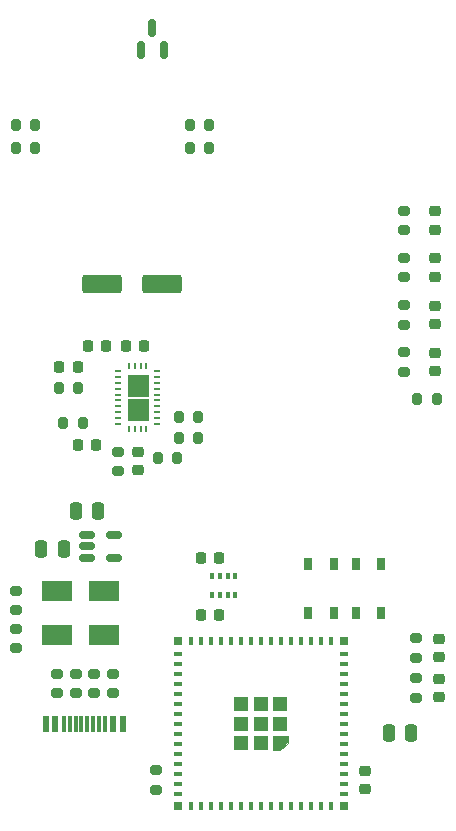
<source format=gbr>
%TF.GenerationSoftware,KiCad,Pcbnew,(6.0.7)*%
%TF.CreationDate,2022-11-21T13:24:11-08:00*%
%TF.ProjectId,WaterTopper,57617465-7254-46f7-9070-65722e6b6963,rev?*%
%TF.SameCoordinates,Original*%
%TF.FileFunction,Paste,Top*%
%TF.FilePolarity,Positive*%
%FSLAX46Y46*%
G04 Gerber Fmt 4.6, Leading zero omitted, Abs format (unit mm)*
G04 Created by KiCad (PCBNEW (6.0.7)) date 2022-11-21 13:24:11*
%MOMM*%
%LPD*%
G01*
G04 APERTURE LIST*
G04 Aperture macros list*
%AMRoundRect*
0 Rectangle with rounded corners*
0 $1 Rounding radius*
0 $2 $3 $4 $5 $6 $7 $8 $9 X,Y pos of 4 corners*
0 Add a 4 corners polygon primitive as box body*
4,1,4,$2,$3,$4,$5,$6,$7,$8,$9,$2,$3,0*
0 Add four circle primitives for the rounded corners*
1,1,$1+$1,$2,$3*
1,1,$1+$1,$4,$5*
1,1,$1+$1,$6,$7*
1,1,$1+$1,$8,$9*
0 Add four rect primitives between the rounded corners*
20,1,$1+$1,$2,$3,$4,$5,0*
20,1,$1+$1,$4,$5,$6,$7,0*
20,1,$1+$1,$6,$7,$8,$9,0*
20,1,$1+$1,$8,$9,$2,$3,0*%
G04 Aperture macros list end*
%ADD10C,0.100000*%
%ADD11C,0.010000*%
%ADD12RoundRect,0.225000X-0.225000X-0.250000X0.225000X-0.250000X0.225000X0.250000X-0.225000X0.250000X0*%
%ADD13RoundRect,0.200000X-0.200000X-0.275000X0.200000X-0.275000X0.200000X0.275000X-0.200000X0.275000X0*%
%ADD14RoundRect,0.225000X0.225000X0.250000X-0.225000X0.250000X-0.225000X-0.250000X0.225000X-0.250000X0*%
%ADD15RoundRect,0.200000X0.200000X0.275000X-0.200000X0.275000X-0.200000X-0.275000X0.200000X-0.275000X0*%
%ADD16RoundRect,0.200000X-0.275000X0.200000X-0.275000X-0.200000X0.275000X-0.200000X0.275000X0.200000X0*%
%ADD17RoundRect,0.218750X0.256250X-0.218750X0.256250X0.218750X-0.256250X0.218750X-0.256250X-0.218750X0*%
%ADD18RoundRect,0.200000X0.275000X-0.200000X0.275000X0.200000X-0.275000X0.200000X-0.275000X-0.200000X0*%
%ADD19RoundRect,0.250000X0.250000X0.475000X-0.250000X0.475000X-0.250000X-0.475000X0.250000X-0.475000X0*%
%ADD20R,2.500000X1.800000*%
%ADD21R,0.600000X1.450000*%
%ADD22R,0.300000X1.450000*%
%ADD23RoundRect,0.150000X-0.512500X-0.150000X0.512500X-0.150000X0.512500X0.150000X-0.512500X0.150000X0*%
%ADD24RoundRect,0.225000X-0.250000X0.225000X-0.250000X-0.225000X0.250000X-0.225000X0.250000X0.225000X0*%
%ADD25R,0.599999X0.249999*%
%ADD26R,0.249999X0.599999*%
%ADD27RoundRect,0.150000X0.150000X-0.587500X0.150000X0.587500X-0.150000X0.587500X-0.150000X-0.587500X0*%
%ADD28RoundRect,0.250000X-0.250000X-0.475000X0.250000X-0.475000X0.250000X0.475000X-0.250000X0.475000X0*%
%ADD29R,0.650000X1.050000*%
%ADD30RoundRect,0.250000X-1.412500X-0.550000X1.412500X-0.550000X1.412500X0.550000X-1.412500X0.550000X0*%
%ADD31R,0.800000X0.400000*%
%ADD32R,0.400000X0.800000*%
%ADD33R,1.200000X1.200000*%
%ADD34R,0.800000X0.800000*%
%ADD35R,0.350000X0.500000*%
G04 APERTURE END LIST*
%TO.C,U3*%
G36*
X145102997Y-92489001D02*
G01*
X143404997Y-92489001D01*
X143404997Y-90700000D01*
X145102997Y-90700000D01*
X145102997Y-92489001D01*
G37*
D10*
X145102997Y-92489001D02*
X143404997Y-92489001D01*
X143404997Y-90700000D01*
X145102997Y-90700000D01*
X145102997Y-92489001D01*
G36*
X145102997Y-90500000D02*
G01*
X143404997Y-90500000D01*
X143404997Y-88710999D01*
X145102997Y-88710999D01*
X145102997Y-90500000D01*
G37*
X145102997Y-90500000D02*
X143404997Y-90500000D01*
X143404997Y-88710999D01*
X145102997Y-88710999D01*
X145102997Y-90500000D01*
%TO.C,U2*%
G36*
X156950378Y-119876570D02*
G01*
X156350378Y-120476570D01*
X155750378Y-120476570D01*
X155750378Y-119276570D01*
X156950378Y-119276570D01*
X156950378Y-119876570D01*
G37*
D11*
X156950378Y-119876570D02*
X156350378Y-120476570D01*
X155750378Y-120476570D01*
X155750378Y-119276570D01*
X156950378Y-119276570D01*
X156950378Y-119876570D01*
%TD*%
D12*
%TO.C,C9*%
X140028997Y-86250000D03*
X141578997Y-86250000D03*
%TD*%
D13*
%TO.C,R22*%
X167925000Y-90750000D03*
X169575000Y-90750000D03*
%TD*%
D14*
%TO.C,C6*%
X140775000Y-94600000D03*
X139225000Y-94600000D03*
%TD*%
D15*
%TO.C,R10*%
X139625000Y-92800000D03*
X137975000Y-92800000D03*
%TD*%
D14*
%TO.C,C12*%
X151175000Y-104200000D03*
X149625000Y-104200000D03*
%TD*%
D16*
%TO.C,R3*%
X139000000Y-113975000D03*
X139000000Y-115625000D03*
%TD*%
D17*
%TO.C,D3*%
X169400000Y-88397276D03*
X169400000Y-86822276D03*
%TD*%
D18*
%TO.C,R2*%
X142200000Y-115625000D03*
X142200000Y-113975000D03*
%TD*%
D19*
%TO.C,C3*%
X138000000Y-103400000D03*
X136100000Y-103400000D03*
%TD*%
D20*
%TO.C,D7*%
X137400000Y-110750000D03*
X141400000Y-110750000D03*
%TD*%
D19*
%TO.C,C4*%
X140900000Y-100200000D03*
X139000000Y-100200000D03*
%TD*%
D13*
%TO.C,R11*%
X147728997Y-94000000D03*
X149378997Y-94000000D03*
%TD*%
D20*
%TO.C,D8*%
X137400000Y-107000000D03*
X141400000Y-107000000D03*
%TD*%
D17*
%TO.C,D2*%
X169800000Y-112600000D03*
X169800000Y-111025000D03*
%TD*%
D18*
%TO.C,R17*%
X166800000Y-76434776D03*
X166800000Y-74784776D03*
%TD*%
D16*
%TO.C,R4*%
X140600000Y-113975000D03*
X140600000Y-115625000D03*
%TD*%
%TO.C,R21*%
X145787878Y-122176570D03*
X145787878Y-123826570D03*
%TD*%
D18*
%TO.C,R19*%
X167800000Y-116025000D03*
X167800000Y-114375000D03*
%TD*%
D21*
%TO.C,J1*%
X136500000Y-118255000D03*
X137300000Y-118255000D03*
D22*
X138500000Y-118255000D03*
X139500000Y-118255000D03*
X140000000Y-118255000D03*
X141000000Y-118255000D03*
D21*
X143000000Y-118255000D03*
X142200000Y-118255000D03*
D22*
X141500000Y-118255000D03*
X140500000Y-118255000D03*
X139000000Y-118255000D03*
X138000000Y-118255000D03*
%TD*%
D15*
%TO.C,R13*%
X147628997Y-95750000D03*
X145978997Y-95750000D03*
%TD*%
%TO.C,R7*%
X139225000Y-89800000D03*
X137575000Y-89800000D03*
%TD*%
D16*
%TO.C,R23*%
X134000000Y-110175000D03*
X134000000Y-111825000D03*
%TD*%
D18*
%TO.C,R18*%
X166800000Y-84434776D03*
X166800000Y-82784776D03*
%TD*%
D23*
%TO.C,U1*%
X140000000Y-102250000D03*
X140000000Y-103200000D03*
X140000000Y-104150000D03*
X142275000Y-104150000D03*
X142275000Y-102250000D03*
%TD*%
D17*
%TO.C,D6*%
X169400000Y-76397276D03*
X169400000Y-74822276D03*
%TD*%
D24*
%TO.C,C5*%
X144303997Y-95225000D03*
X144303997Y-96775000D03*
%TD*%
D16*
%TO.C,R1*%
X137400000Y-113975000D03*
X137400000Y-115625000D03*
%TD*%
D25*
%TO.C,U3*%
X142603998Y-88349999D03*
X142603998Y-88849998D03*
X142603998Y-89350000D03*
X142603998Y-89849999D03*
X142603998Y-90350000D03*
X142603998Y-90850000D03*
X142603998Y-91349998D03*
X142603998Y-91850000D03*
X142603998Y-92349999D03*
X142603998Y-92850001D03*
D26*
X143503996Y-93250000D03*
X144003997Y-93250000D03*
X144503997Y-93250000D03*
X145003995Y-93250000D03*
D25*
X145903996Y-92850001D03*
X145903996Y-92350002D03*
X145903996Y-91850000D03*
X145903996Y-91350001D03*
X145903996Y-90850000D03*
X145903996Y-90350000D03*
X145903996Y-89850002D03*
X145903996Y-89350000D03*
X145903996Y-88850001D03*
X145903996Y-88349999D03*
D26*
X145003998Y-87950000D03*
X144503999Y-87950000D03*
X144003997Y-87950000D03*
X143503999Y-87950000D03*
%TD*%
D14*
%TO.C,C7*%
X139175000Y-88000000D03*
X137625000Y-88000000D03*
%TD*%
D16*
%TO.C,R24*%
X134000000Y-106975000D03*
X134000000Y-108625000D03*
%TD*%
D17*
%TO.C,D1*%
X169800000Y-115987500D03*
X169800000Y-114412500D03*
%TD*%
D13*
%TO.C,R8*%
X133925000Y-67500000D03*
X135575000Y-67500000D03*
%TD*%
D16*
%TO.C,R12*%
X142553997Y-95175000D03*
X142553997Y-96825000D03*
%TD*%
D18*
%TO.C,R20*%
X167800000Y-112637500D03*
X167800000Y-110987500D03*
%TD*%
D13*
%TO.C,R6*%
X148675000Y-69500000D03*
X150325000Y-69500000D03*
%TD*%
D12*
%TO.C,C11*%
X149625000Y-109000000D03*
X151175000Y-109000000D03*
%TD*%
D17*
%TO.C,D5*%
X169400000Y-80397276D03*
X169400000Y-78822276D03*
%TD*%
D24*
%TO.C,C2*%
X163537878Y-122226570D03*
X163537878Y-123776570D03*
%TD*%
D27*
%TO.C,Q1*%
X144550000Y-61187500D03*
X146450000Y-61187500D03*
X145500000Y-59312500D03*
%TD*%
D28*
%TO.C,C1*%
X165500000Y-119000000D03*
X167400000Y-119000000D03*
%TD*%
D29*
%TO.C,SW2*%
X162725000Y-104725000D03*
X162725000Y-108875000D03*
X164875000Y-104725000D03*
X164875000Y-108875000D03*
%TD*%
D13*
%TO.C,R14*%
X147728997Y-92250000D03*
X149378997Y-92250000D03*
%TD*%
%TO.C,R9*%
X133925000Y-69500000D03*
X135575000Y-69500000D03*
%TD*%
D12*
%TO.C,C10*%
X143278997Y-86250000D03*
X144828997Y-86250000D03*
%TD*%
D17*
%TO.C,D4*%
X169400000Y-84397276D03*
X169400000Y-82822276D03*
%TD*%
D30*
%TO.C,C8*%
X141262500Y-81000000D03*
X146337500Y-81000000D03*
%TD*%
D18*
%TO.C,R16*%
X166800000Y-88434776D03*
X166800000Y-86784776D03*
%TD*%
D29*
%TO.C,SW1*%
X158725000Y-108875000D03*
X158725000Y-104725000D03*
X160875000Y-104725000D03*
X160875000Y-108875000D03*
%TD*%
D13*
%TO.C,R5*%
X148675000Y-67500000D03*
X150325000Y-67500000D03*
%TD*%
D31*
%TO.C,U2*%
X161700378Y-124176570D03*
X161700378Y-123326570D03*
X161700378Y-122476570D03*
X161700378Y-121626570D03*
X161700378Y-120776570D03*
X161700378Y-119926570D03*
X161700378Y-119076570D03*
X161700378Y-118226570D03*
X161700378Y-117376570D03*
X161700378Y-116526570D03*
X161700378Y-115676570D03*
X161700378Y-114826570D03*
X161700378Y-113976570D03*
X161700378Y-113126570D03*
X161700378Y-112276570D03*
D32*
X160650378Y-111226570D03*
X159800378Y-111226570D03*
X158950378Y-111226570D03*
X158100378Y-111226570D03*
X157250378Y-111226570D03*
X156400378Y-111226570D03*
X155550378Y-111226570D03*
X154700378Y-111226570D03*
X153850378Y-111226570D03*
X153000378Y-111226570D03*
X152150378Y-111226570D03*
X151300378Y-111226570D03*
X150450378Y-111226570D03*
X149600378Y-111226570D03*
X148750378Y-111226570D03*
D31*
X147700378Y-112276570D03*
X147700378Y-113126570D03*
X147700378Y-113976570D03*
X147700378Y-114826570D03*
X147700378Y-115676570D03*
X147700378Y-116526570D03*
X147700378Y-117376570D03*
X147700378Y-118226570D03*
X147700378Y-119076570D03*
X147700378Y-119926570D03*
X147700378Y-120776570D03*
X147700378Y-121626570D03*
X147700378Y-122476570D03*
X147700378Y-123326570D03*
X147700378Y-124176570D03*
D32*
X148750378Y-125226570D03*
X149600378Y-125226570D03*
X150450378Y-125226570D03*
X151300378Y-125226570D03*
X152150378Y-125226570D03*
X153000378Y-125226570D03*
X153850378Y-125226570D03*
X154700378Y-125226570D03*
X155550378Y-125226570D03*
X156400378Y-125226570D03*
X157250378Y-125226570D03*
X158100378Y-125226570D03*
X158950378Y-125226570D03*
X159800378Y-125226570D03*
X160650378Y-125226570D03*
D33*
X154700378Y-118226570D03*
X154700378Y-119876570D03*
X153050378Y-119876570D03*
X153050378Y-118226570D03*
X153050378Y-116576570D03*
X154700378Y-116576570D03*
X156350378Y-116576570D03*
X156350378Y-118226570D03*
D34*
X161700378Y-125226570D03*
X161700378Y-111226570D03*
X147700378Y-111226570D03*
X147700378Y-125226570D03*
%TD*%
D35*
%TO.C,U4*%
X150575000Y-105750000D03*
X151225000Y-105750000D03*
X151875000Y-105750000D03*
X152525000Y-105750000D03*
X152525000Y-107350000D03*
X151875000Y-107350000D03*
X151225000Y-107350000D03*
X150575000Y-107350000D03*
%TD*%
D18*
%TO.C,R15*%
X166800000Y-80434776D03*
X166800000Y-78784776D03*
%TD*%
M02*

</source>
